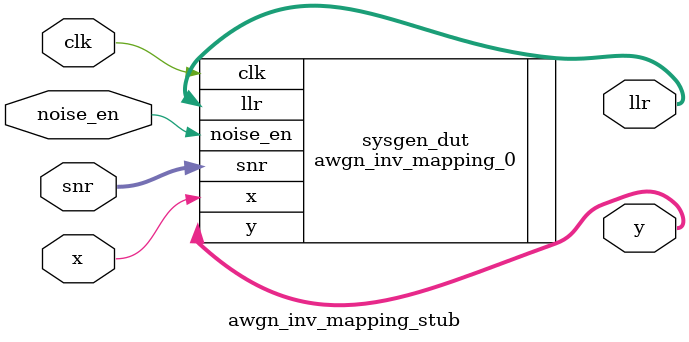
<source format=v>
`timescale 1 ns / 10 ps
module awgn_inv_mapping_stub (
  input [5-1:0] snr,
  input [1-1:0] noise_en,
  input [1-1:0] x,
  input clk,
  output [10-1:0] llr,
  output [19-1:0] y
);
  awgn_inv_mapping_0 sysgen_dut (
    .snr(snr),
    .noise_en(noise_en),
    .x(x),
    .clk(clk),
    .llr(llr),
    .y(y)
  );
endmodule

</source>
